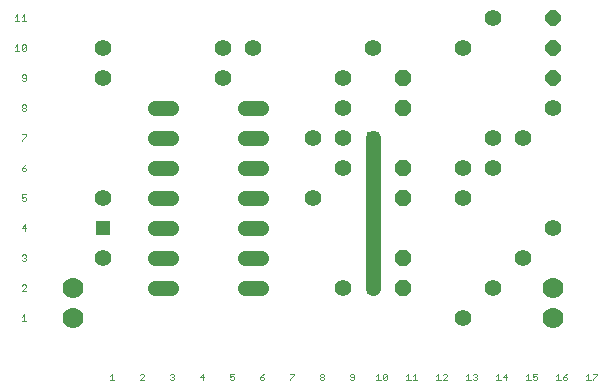
<source format=gtl>
G75*
%MOIN*%
%OFA0B0*%
%FSLAX25Y25*%
%IPPOS*%
%LPD*%
%AMOC8*
5,1,8,0,0,1.08239X$1,22.5*
%
%ADD10C,0.00200*%
%ADD11C,0.05543*%
%ADD12R,0.04756X0.04756*%
%ADD13OC8,0.05200*%
%ADD14C,0.07000*%
%ADD15C,0.05150*%
%ADD16OC8,0.05150*%
%ADD17R,0.03962X0.03962*%
%ADD18C,0.05000*%
D10*
X0030628Y0033527D02*
X0032096Y0033527D01*
X0031362Y0033527D02*
X0031362Y0035729D01*
X0030628Y0034995D01*
X0030628Y0043527D02*
X0032096Y0044995D01*
X0032096Y0045362D01*
X0031729Y0045729D01*
X0030995Y0045729D01*
X0030628Y0045362D01*
X0030628Y0043527D02*
X0032096Y0043527D01*
X0031729Y0053527D02*
X0030995Y0053527D01*
X0030628Y0053894D01*
X0031362Y0054628D02*
X0031729Y0054628D01*
X0032096Y0054261D01*
X0032096Y0053894D01*
X0031729Y0053527D01*
X0031729Y0054628D02*
X0032096Y0054995D01*
X0032096Y0055362D01*
X0031729Y0055729D01*
X0030995Y0055729D01*
X0030628Y0055362D01*
X0031729Y0063527D02*
X0031729Y0065729D01*
X0030628Y0064628D01*
X0032096Y0064628D01*
X0031729Y0073527D02*
X0030995Y0073527D01*
X0030628Y0073894D01*
X0030628Y0074628D02*
X0031362Y0074995D01*
X0031729Y0074995D01*
X0032096Y0074628D01*
X0032096Y0073894D01*
X0031729Y0073527D01*
X0030628Y0074628D02*
X0030628Y0075729D01*
X0032096Y0075729D01*
X0031729Y0083527D02*
X0032096Y0083894D01*
X0032096Y0084261D01*
X0031729Y0084628D01*
X0030628Y0084628D01*
X0030628Y0083894D01*
X0030995Y0083527D01*
X0031729Y0083527D01*
X0030628Y0084628D02*
X0031362Y0085362D01*
X0032096Y0085729D01*
X0030628Y0093527D02*
X0030628Y0093894D01*
X0032096Y0095362D01*
X0032096Y0095729D01*
X0030628Y0095729D01*
X0030995Y0103527D02*
X0030628Y0103894D01*
X0030628Y0104261D01*
X0030995Y0104628D01*
X0031729Y0104628D01*
X0032096Y0104261D01*
X0032096Y0103894D01*
X0031729Y0103527D01*
X0030995Y0103527D01*
X0030995Y0104628D02*
X0030628Y0104995D01*
X0030628Y0105362D01*
X0030995Y0105729D01*
X0031729Y0105729D01*
X0032096Y0105362D01*
X0032096Y0104995D01*
X0031729Y0104628D01*
X0031729Y0113527D02*
X0032096Y0113894D01*
X0032096Y0115362D01*
X0031729Y0115729D01*
X0030995Y0115729D01*
X0030628Y0115362D01*
X0030628Y0114995D01*
X0030995Y0114628D01*
X0032096Y0114628D01*
X0031729Y0113527D02*
X0030995Y0113527D01*
X0030628Y0113894D01*
X0030995Y0123527D02*
X0030628Y0123894D01*
X0032096Y0125362D01*
X0032096Y0123894D01*
X0031729Y0123527D01*
X0030995Y0123527D01*
X0030628Y0123894D02*
X0030628Y0125362D01*
X0030995Y0125729D01*
X0031729Y0125729D01*
X0032096Y0125362D01*
X0029886Y0123527D02*
X0028419Y0123527D01*
X0029153Y0123527D02*
X0029153Y0125729D01*
X0028419Y0124995D01*
X0028419Y0133527D02*
X0029886Y0133527D01*
X0029153Y0133527D02*
X0029153Y0135729D01*
X0028419Y0134995D01*
X0030628Y0134995D02*
X0031362Y0135729D01*
X0031362Y0133527D01*
X0030628Y0133527D02*
X0032096Y0133527D01*
X0060727Y0015929D02*
X0060727Y0013727D01*
X0059993Y0013727D02*
X0061461Y0013727D01*
X0059993Y0015195D02*
X0060727Y0015929D01*
X0069993Y0015562D02*
X0070360Y0015929D01*
X0071094Y0015929D01*
X0071461Y0015562D01*
X0071461Y0015195D01*
X0069993Y0013727D01*
X0071461Y0013727D01*
X0079993Y0014094D02*
X0080360Y0013727D01*
X0081094Y0013727D01*
X0081461Y0014094D01*
X0081461Y0014461D01*
X0081094Y0014828D01*
X0080727Y0014828D01*
X0081094Y0014828D02*
X0081461Y0015195D01*
X0081461Y0015562D01*
X0081094Y0015929D01*
X0080360Y0015929D01*
X0079993Y0015562D01*
X0089993Y0014828D02*
X0091461Y0014828D01*
X0091094Y0015929D02*
X0089993Y0014828D01*
X0091094Y0013727D02*
X0091094Y0015929D01*
X0099993Y0015929D02*
X0099993Y0014828D01*
X0100727Y0015195D01*
X0101094Y0015195D01*
X0101461Y0014828D01*
X0101461Y0014094D01*
X0101094Y0013727D01*
X0100360Y0013727D01*
X0099993Y0014094D01*
X0099993Y0015929D02*
X0101461Y0015929D01*
X0109993Y0014828D02*
X0111094Y0014828D01*
X0111461Y0014461D01*
X0111461Y0014094D01*
X0111094Y0013727D01*
X0110360Y0013727D01*
X0109993Y0014094D01*
X0109993Y0014828D01*
X0110727Y0015562D01*
X0111461Y0015929D01*
X0119993Y0015929D02*
X0121461Y0015929D01*
X0121461Y0015562D01*
X0119993Y0014094D01*
X0119993Y0013727D01*
X0129993Y0014094D02*
X0129993Y0014461D01*
X0130360Y0014828D01*
X0131094Y0014828D01*
X0131461Y0014461D01*
X0131461Y0014094D01*
X0131094Y0013727D01*
X0130360Y0013727D01*
X0129993Y0014094D01*
X0130360Y0014828D02*
X0129993Y0015195D01*
X0129993Y0015562D01*
X0130360Y0015929D01*
X0131094Y0015929D01*
X0131461Y0015562D01*
X0131461Y0015195D01*
X0131094Y0014828D01*
X0139993Y0015195D02*
X0140360Y0014828D01*
X0141461Y0014828D01*
X0141461Y0014094D02*
X0141461Y0015562D01*
X0141094Y0015929D01*
X0140360Y0015929D01*
X0139993Y0015562D01*
X0139993Y0015195D01*
X0139993Y0014094D02*
X0140360Y0013727D01*
X0141094Y0013727D01*
X0141461Y0014094D01*
X0148888Y0013727D02*
X0150356Y0013727D01*
X0149622Y0013727D02*
X0149622Y0015929D01*
X0148888Y0015195D01*
X0151098Y0015562D02*
X0151098Y0014094D01*
X0152566Y0015562D01*
X0152566Y0014094D01*
X0152199Y0013727D01*
X0151465Y0013727D01*
X0151098Y0014094D01*
X0151098Y0015562D02*
X0151465Y0015929D01*
X0152199Y0015929D01*
X0152566Y0015562D01*
X0158888Y0015195D02*
X0159622Y0015929D01*
X0159622Y0013727D01*
X0158888Y0013727D02*
X0160356Y0013727D01*
X0161098Y0013727D02*
X0162566Y0013727D01*
X0161832Y0013727D02*
X0161832Y0015929D01*
X0161098Y0015195D01*
X0168888Y0015195D02*
X0169622Y0015929D01*
X0169622Y0013727D01*
X0168888Y0013727D02*
X0170356Y0013727D01*
X0171098Y0013727D02*
X0172566Y0015195D01*
X0172566Y0015562D01*
X0172199Y0015929D01*
X0171465Y0015929D01*
X0171098Y0015562D01*
X0171098Y0013727D02*
X0172566Y0013727D01*
X0178888Y0013727D02*
X0180356Y0013727D01*
X0179622Y0013727D02*
X0179622Y0015929D01*
X0178888Y0015195D01*
X0181098Y0015562D02*
X0181465Y0015929D01*
X0182199Y0015929D01*
X0182566Y0015562D01*
X0182566Y0015195D01*
X0182199Y0014828D01*
X0182566Y0014461D01*
X0182566Y0014094D01*
X0182199Y0013727D01*
X0181465Y0013727D01*
X0181098Y0014094D01*
X0181832Y0014828D02*
X0182199Y0014828D01*
X0188888Y0015195D02*
X0189622Y0015929D01*
X0189622Y0013727D01*
X0188888Y0013727D02*
X0190356Y0013727D01*
X0191098Y0014828D02*
X0192566Y0014828D01*
X0192199Y0013727D02*
X0192199Y0015929D01*
X0191098Y0014828D01*
X0198888Y0015195D02*
X0199622Y0015929D01*
X0199622Y0013727D01*
X0198888Y0013727D02*
X0200356Y0013727D01*
X0201098Y0014094D02*
X0201465Y0013727D01*
X0202199Y0013727D01*
X0202566Y0014094D01*
X0202566Y0014828D01*
X0202199Y0015195D01*
X0201832Y0015195D01*
X0201098Y0014828D01*
X0201098Y0015929D01*
X0202566Y0015929D01*
X0208888Y0015195D02*
X0209622Y0015929D01*
X0209622Y0013727D01*
X0208888Y0013727D02*
X0210356Y0013727D01*
X0211098Y0014094D02*
X0211465Y0013727D01*
X0212199Y0013727D01*
X0212566Y0014094D01*
X0212566Y0014461D01*
X0212199Y0014828D01*
X0211098Y0014828D01*
X0211098Y0014094D01*
X0211098Y0014828D02*
X0211832Y0015562D01*
X0212566Y0015929D01*
X0218888Y0015195D02*
X0219622Y0015929D01*
X0219622Y0013727D01*
X0218888Y0013727D02*
X0220356Y0013727D01*
X0221098Y0013727D02*
X0221098Y0014094D01*
X0222566Y0015562D01*
X0222566Y0015929D01*
X0221098Y0015929D01*
D11*
X0177738Y0034627D03*
X0187738Y0044627D03*
X0197738Y0054627D03*
X0207738Y0064627D03*
X0177738Y0074627D03*
X0177738Y0084627D03*
X0187738Y0084627D03*
X0187738Y0094627D03*
X0197738Y0094627D03*
X0207738Y0104627D03*
X0177738Y0124627D03*
X0187738Y0134627D03*
X0147738Y0124627D03*
X0137738Y0114627D03*
X0137738Y0104627D03*
X0137738Y0094627D03*
X0127738Y0094627D03*
X0137738Y0084627D03*
X0127738Y0074627D03*
X0137738Y0044627D03*
X0057738Y0054627D03*
X0057738Y0074627D03*
X0057738Y0114627D03*
X0057738Y0124627D03*
X0097738Y0124627D03*
X0107738Y0124627D03*
X0097738Y0114627D03*
D12*
X0057738Y0064627D03*
D13*
X0157738Y0074627D03*
X0157738Y0084627D03*
X0157738Y0104627D03*
X0157738Y0114627D03*
X0157738Y0054627D03*
X0157738Y0044627D03*
D14*
X0207738Y0044627D03*
X0207738Y0034627D03*
X0047738Y0034627D03*
X0047738Y0044627D03*
D15*
X0075164Y0044627D02*
X0080313Y0044627D01*
X0080313Y0054627D02*
X0075164Y0054627D01*
X0075164Y0064627D02*
X0080313Y0064627D01*
X0080313Y0074627D02*
X0075164Y0074627D01*
X0075164Y0084627D02*
X0080313Y0084627D01*
X0080313Y0094627D02*
X0075164Y0094627D01*
X0075164Y0104627D02*
X0080313Y0104627D01*
X0105164Y0104627D02*
X0110313Y0104627D01*
X0110313Y0094627D02*
X0105164Y0094627D01*
X0105164Y0084627D02*
X0110313Y0084627D01*
X0110313Y0074627D02*
X0105164Y0074627D01*
X0105164Y0064627D02*
X0110313Y0064627D01*
X0110313Y0054627D02*
X0105164Y0054627D01*
X0105164Y0044627D02*
X0110313Y0044627D01*
D16*
X0207738Y0114627D03*
X0207738Y0124627D03*
X0207738Y0134627D03*
D17*
X0147738Y0094627D03*
X0147738Y0044627D03*
D18*
X0147738Y0094627D01*
M02*

</source>
